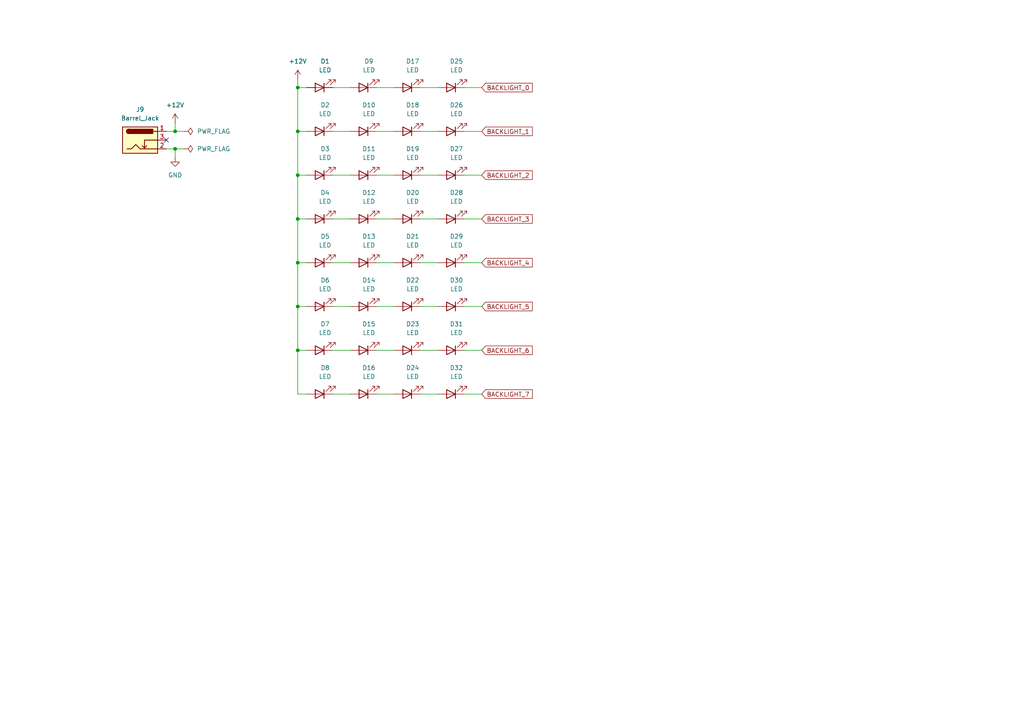
<source format=kicad_sch>
(kicad_sch (version 20231120) (generator "eeschema") (generator_version "8.0")
  (paper "A4")
  (lib_symbols
    (symbol "Connector:Barrel_Jack_Switch" (pin_names hide)
      (property "Reference" "J" (at 0 5.334 0))
      (property "Value" "Barrel_Jack_Switch" (at 0 -5.08 0))
      (symbol "Barrel_Jack_Switch_0_1"
        (rectangle (start -5.08 3.81) (end 5.08 -3.81) (stroke (width 0.254)) (fill (type background)))
        (arc (start -3.302 3.175) (mid -3.9343 2.54) (end -3.302 1.905) (stroke (width 0.254)))
        (arc (start -3.302 3.175) (mid -3.9343 2.54) (end -3.302 1.905) (stroke (width 0.254)) (fill (type outline)))
        (polyline (pts (xy 1.27 -2.286) (xy 1.905 -1.651)) (stroke (width 0.254)))
        (polyline (pts (xy 5.08 2.54) (xy 3.81 2.54)) (stroke (width 0.254)))
        (polyline (pts (xy 5.08 0) (xy 1.27 0) (xy 1.27 -2.286) (xy 0.635 -1.651)) (stroke (width 0.254)))
        (polyline (pts (xy -3.81 -2.54) (xy -2.54 -2.54) (xy -1.27 -1.27) (xy 0 -2.54) (xy 2.54 -2.54) (xy 5.08 -2.54)) (stroke (width 0.254)))
        (rectangle (start 3.683 3.175) (end -3.302 1.905) (stroke (width 0.254)) (fill (type outline)))
      )
      (symbol "Barrel_Jack_Switch_1_1"
        (pin passive line (at 7.62 2.54 180) (length 2.54) (name "~") (number "1"))
        (pin passive line (at 7.62 -2.54 180) (length 2.54) (name "~") (number "2"))
        (pin passive line (at 7.62 0 180) (length 2.54) (name "~") (number "3"))
      )
    )
    (symbol "Device:LED" (pin_numbers hide) (pin_names (offset 1.016) hide)
      (property "Reference" "D" (at 0 2.54 0))
      (property "Value" "LED" (at 0 -2.54 0))
      (symbol "LED_0_1"
        (polyline (pts (xy -1.27 -1.27) (xy -1.27 1.27)) (stroke (width 0.254)))
        (polyline (pts (xy -1.27 0) (xy 1.27 0)))
        (polyline (pts (xy 1.27 -1.27) (xy 1.27 1.27) (xy -1.27 0) (xy 1.27 -1.27)) (stroke (width 0.254)))
        (polyline (pts (xy -3.048 -0.762) (xy -4.572 -2.286) (xy -3.81 -2.286) (xy -4.572 -2.286) (xy -4.572 -1.524)))
        (polyline (pts (xy -1.778 -0.762) (xy -3.302 -2.286) (xy -2.54 -2.286) (xy -3.302 -2.286) (xy -3.302 -1.524)))
      )
      (symbol "LED_1_1"
        (pin passive line (at -3.81 0 0) (length 2.54) (name "K") (number "1"))
        (pin passive line (at 3.81 0 180) (length 2.54) (name "A") (number "2"))
      )
    )
    (symbol "power:+12V" (power) (pin_numbers hide) (pin_names (offset 0) hide)
      (property "Value" "+12V" (at 0 3.556 0))
      (symbol "+12V_0_1"
        (polyline (pts (xy -0.762 1.27) (xy 0 2.54)))
        (polyline (pts (xy 0 0) (xy 0 2.54)))
        (polyline (pts (xy 0 2.54) (xy 0.762 1.27)))
      )
      (symbol "+12V_1_1"
        (pin power_in line (at 0 0 90) (length 0) (name "~") (number "1"))
      )
    )
    (symbol "power:GND" (power) (pin_numbers hide) (pin_names (offset 0) hide)
      (property "Value" "GND" (at 0 -3.81 0))
      (symbol "GND_0_1"
        (polyline (pts (xy 0 0) (xy 0 -1.27) (xy 1.27 -1.27) (xy 0 -2.54) (xy -1.27 -1.27) (xy 0 -1.27)))
      )
      (symbol "GND_1_1"
        (pin power_in line (at 0 0 270) (length 0) (name "~") (number "1"))
      )
    )
    (symbol "power:PWR_FLAG" (power) (pin_numbers hide) (pin_names (offset 0) hide)
      (property "Value" "PWR_FLAG" (at 0 3.81 0))
      (symbol "PWR_FLAG_0_0"
        (pin power_out line (at 0 0 90) (length 0) (name "~") (number "1"))
      )
      (symbol "PWR_FLAG_0_1"
        (polyline (pts (xy 0 0) (xy 0 1.27) (xy -1.016 1.905) (xy 0 2.54) (xy 1.016 1.905) (xy 0 1.27)))
      )
    )
  )
  (junction (at 86.36 76.2))
  (junction (at 86.36 88.9))
  (junction (at 50.8 38.1))
  (junction (at 86.36 38.1))
  (junction (at 86.36 25.4))
  (junction (at 86.36 63.5))
  (junction (at 86.36 101.6))
  (junction (at 50.8 43.18))
  (junction (at 86.36 50.8))
  (no_connect (at 48.26 40.64))
  (wire (pts (xy 86.36 22.86) (xy 86.36 25.4)))
  (wire (pts (xy 86.36 38.1) (xy 86.36 50.8)))
  (wire (pts (xy 121.92 114.3) (xy 127 114.3)))
  (wire (pts (xy 109.22 101.6) (xy 114.3 101.6)))
  (wire (pts (xy 86.36 50.8) (xy 88.9 50.8)))
  (wire (pts (xy 96.52 88.9) (xy 101.6 88.9)))
  (wire (pts (xy 86.36 76.2) (xy 88.9 76.2)))
  (wire (pts (xy 86.36 101.6) (xy 86.36 114.3)))
  (wire (pts (xy 86.36 25.4) (xy 86.36 38.1)))
  (wire (pts (xy 86.36 25.4) (xy 88.9 25.4)))
  (wire (pts (xy 109.22 25.4) (xy 114.3 25.4)))
  (wire (pts (xy 48.26 38.1) (xy 50.8 38.1)))
  (wire (pts (xy 109.22 76.2) (xy 114.3 76.2)))
  (wire (pts (xy 86.36 101.6) (xy 88.9 101.6)))
  (wire (pts (xy 134.62 63.5) (xy 139.7 63.5)))
  (wire (pts (xy 109.22 114.3) (xy 114.3 114.3)))
  (wire (pts (xy 109.22 38.1) (xy 114.3 38.1)))
  (wire (pts (xy 96.52 114.3) (xy 101.6 114.3)))
  (wire (pts (xy 109.22 63.5) (xy 114.3 63.5)))
  (wire (pts (xy 121.92 76.2) (xy 127 76.2)))
  (wire (pts (xy 96.52 63.5) (xy 101.6 63.5)))
  (wire (pts (xy 96.52 76.2) (xy 101.6 76.2)))
  (wire (pts (xy 86.36 63.5) (xy 86.36 76.2)))
  (wire (pts (xy 86.36 63.5) (xy 88.9 63.5)))
  (wire (pts (xy 134.62 38.1) (xy 139.7 38.1)))
  (wire (pts (xy 134.62 25.4) (xy 139.7 25.4)))
  (wire (pts (xy 134.62 50.8) (xy 139.7 50.8)))
  (wire (pts (xy 109.22 88.9) (xy 114.3 88.9)))
  (wire (pts (xy 121.92 25.4) (xy 127 25.4)))
  (wire (pts (xy 121.92 38.1) (xy 127 38.1)))
  (wire (pts (xy 86.36 114.3) (xy 88.9 114.3)))
  (wire (pts (xy 121.92 88.9) (xy 127 88.9)))
  (wire (pts (xy 50.8 43.18) (xy 53.34 43.18)))
  (wire (pts (xy 86.36 88.9) (xy 86.36 101.6)))
  (wire (pts (xy 134.62 101.6) (xy 139.7 101.6)))
  (wire (pts (xy 86.36 38.1) (xy 88.9 38.1)))
  (wire (pts (xy 48.26 43.18) (xy 50.8 43.18)))
  (wire (pts (xy 96.52 25.4) (xy 101.6 25.4)))
  (wire (pts (xy 50.8 38.1) (xy 50.8 35.56)))
  (wire (pts (xy 86.36 88.9) (xy 88.9 88.9)))
  (wire (pts (xy 50.8 43.18) (xy 50.8 45.72)))
  (wire (pts (xy 109.22 50.8) (xy 114.3 50.8)))
  (wire (pts (xy 96.52 50.8) (xy 101.6 50.8)))
  (wire (pts (xy 86.36 50.8) (xy 86.36 63.5)))
  (wire (pts (xy 50.8 38.1) (xy 53.34 38.1)))
  (wire (pts (xy 134.62 76.2) (xy 139.7 76.2)))
  (wire (pts (xy 121.92 101.6) (xy 127 101.6)))
  (wire (pts (xy 134.62 114.3) (xy 139.7 114.3)))
  (wire (pts (xy 86.36 76.2) (xy 86.36 88.9)))
  (wire (pts (xy 134.62 88.9) (xy 139.7 88.9)))
  (wire (pts (xy 121.92 63.5) (xy 127 63.5)))
  (wire (pts (xy 121.92 50.8) (xy 127 50.8)))
  (wire (pts (xy 96.52 101.6) (xy 101.6 101.6)))
  (wire (pts (xy 96.52 38.1) (xy 101.6 38.1)))
  (global_label "BACKLIGHT_3" (shape input) (at 139.7 63.5 0) (property "Intersheetrefs" "${INTERSHEET_REFS}" (effects (hide yes))))
  (global_label "BACKLIGHT_6" (shape input) (at 139.7 101.6 0) (property "Intersheetrefs" "${INTERSHEET_REFS}" (effects (hide yes))))
  (global_label "BACKLIGHT_1" (shape input) (at 139.7 38.1 0) (property "Intersheetrefs" "${INTERSHEET_REFS}" (effects (hide yes))))
  (global_label "BACKLIGHT_7" (shape input) (at 139.7 114.3 0) (property "Intersheetrefs" "${INTERSHEET_REFS}" (effects (hide yes))))
  (global_label "BACKLIGHT_0" (shape input) (at 139.7 25.4 0) (property "Intersheetrefs" "${INTERSHEET_REFS}" (effects (hide yes))))
  (global_label "BACKLIGHT_2" (shape input) (at 139.7 50.8 0) (property "Intersheetrefs" "${INTERSHEET_REFS}" (effects (hide yes))))
  (global_label "BACKLIGHT_5" (shape input) (at 139.7 88.9 0) (property "Intersheetrefs" "${INTERSHEET_REFS}" (effects (hide yes))))
  (global_label "BACKLIGHT_4" (shape input) (at 139.7 76.2 0) (property "Intersheetrefs" "${INTERSHEET_REFS}" (effects (hide yes))))
  (symbol (lib_id "Device:LED") (at 130.81 76.2 180) (unit 1) (on_board no)
    (property "Reference" "D29" (at 132.3975 68.58 0))
    (property "Value" "LED" (at 132.3975 71.12 0))
    (property "Description" "Light emitting diode" (effects (hide yes)))
  )
  (symbol (lib_id "Device:LED") (at 92.71 114.3 180) (unit 1) (on_board no)
    (property "Reference" "D8" (at 94.2975 106.68 0))
    (property "Value" "LED" (at 94.2975 109.22 0))
    (property "Description" "Light emitting diode" (effects (hide yes)))
  )
  (symbol (lib_id "Device:LED") (at 130.81 50.8 180) (unit 1) (on_board no)
    (property "Reference" "D27" (at 132.3975 43.18 0))
    (property "Value" "LED" (at 132.3975 45.72 0))
    (property "Description" "Light emitting diode" (effects (hide yes)))
  )
  (symbol (lib_id "Device:LED") (at 118.11 114.3 180) (unit 1) (on_board no)
    (property "Reference" "D24" (at 119.6975 106.68 0))
    (property "Value" "LED" (at 119.6975 109.22 0))
    (property "Description" "Light emitting diode" (effects (hide yes)))
  )
  (symbol (lib_id "power:GND") (at 50.8 45.72 0) (unit 1)
    (property "Reference" "#PWR035" (effects (hide yes)))
    (property "Value" "GND" (at 50.8 50.8 0))
    (property "Description" "Power symbol creates a global label with name \"GND\" , ground" (effects (hide yes)))
  )
  (symbol (lib_id "Device:LED") (at 92.71 50.8 180) (unit 1) (on_board no)
    (property "Reference" "D3" (at 94.2975 43.18 0))
    (property "Value" "LED" (at 94.2975 45.72 0))
    (property "Description" "Light emitting diode" (effects (hide yes)))
  )
  (symbol (lib_id "power:+12V") (at 50.8 35.56 0) (unit 1)
    (property "Reference" "#PWR034" (effects (hide yes)))
    (property "Value" "+12V" (at 50.8 30.48 0))
    (property "Description" "Power symbol creates a global label with name \"+12V\"" (effects (hide yes)))
  )
  (symbol (lib_id "Device:LED") (at 105.41 25.4 180) (unit 1) (on_board no)
    (property "Reference" "D9" (at 106.9975 17.78 0))
    (property "Value" "LED" (at 106.9975 20.32 0))
    (property "Description" "Light emitting diode" (effects (hide yes)))
  )
  (symbol (lib_id "power:PWR_FLAG") (at 53.34 38.1 270) (unit 1)
    (property "Reference" "#FLG02" (effects (hide yes)))
    (property "Value" "PWR_FLAG" (at 57.15 38.0999 90) (effects (justify left)))
    (property "Description" "Special symbol for telling ERC where power comes from" (effects (hide yes)))
  )
  (symbol (lib_id "Connector:Barrel_Jack_Switch") (at 40.64 40.64 0) (unit 1)
    (property "Reference" "J9" (at 40.64 31.75 0))
    (property "Value" "Barrel_Jack" (at 40.64 34.29 0))
    (property "Footprint" "Connector_BarrelJack:BarrelJack_GCT_DCJ200-10-A_Horizontal" (effects (hide yes)))
    (property "Description" "DC Barrel Jack with an internal switch" (effects (hide yes)))
  )
  (symbol (lib_id "Device:LED") (at 118.11 38.1 180) (unit 1) (on_board no)
    (property "Reference" "D18" (at 119.6975 30.48 0))
    (property "Value" "LED" (at 119.6975 33.02 0))
    (property "Description" "Light emitting diode" (effects (hide yes)))
  )
  (symbol (lib_id "Device:LED") (at 92.71 76.2 180) (unit 1) (on_board no)
    (property "Reference" "D5" (at 94.2975 68.58 0))
    (property "Value" "LED" (at 94.2975 71.12 0))
    (property "Description" "Light emitting diode" (effects (hide yes)))
  )
  (symbol (lib_id "Device:LED") (at 92.71 63.5 180) (unit 1) (on_board no)
    (property "Reference" "D4" (at 94.2975 55.88 0))
    (property "Value" "LED" (at 94.2975 58.42 0))
    (property "Description" "Light emitting diode" (effects (hide yes)))
  )
  (symbol (lib_id "Device:LED") (at 130.81 101.6 180) (unit 1) (on_board no)
    (property "Reference" "D31" (at 132.3975 93.98 0))
    (property "Value" "LED" (at 132.3975 96.52 0))
    (property "Description" "Light emitting diode" (effects (hide yes)))
  )
  (symbol (lib_id "Device:LED") (at 118.11 63.5 180) (unit 1) (on_board no)
    (property "Reference" "D20" (at 119.6975 55.88 0))
    (property "Value" "LED" (at 119.6975 58.42 0))
    (property "Description" "Light emitting diode" (effects (hide yes)))
  )
  (symbol (lib_id "Device:LED") (at 130.81 38.1 180) (unit 1) (on_board no)
    (property "Reference" "D26" (at 132.3975 30.48 0))
    (property "Value" "LED" (at 132.3975 33.02 0))
    (property "Description" "Light emitting diode" (effects (hide yes)))
  )
  (symbol (lib_id "Device:LED") (at 92.71 38.1 180) (unit 1) (on_board no)
    (property "Reference" "D2" (at 94.2975 30.48 0))
    (property "Value" "LED" (at 94.2975 33.02 0))
    (property "Description" "Light emitting diode" (effects (hide yes)))
  )
  (symbol (lib_id "Device:LED") (at 105.41 88.9 180) (unit 1) (on_board no)
    (property "Reference" "D14" (at 106.9975 81.28 0))
    (property "Value" "LED" (at 106.9975 83.82 0))
    (property "Description" "Light emitting diode" (effects (hide yes)))
  )
  (symbol (lib_id "Device:LED") (at 105.41 101.6 180) (unit 1) (on_board no)
    (property "Reference" "D15" (at 106.9975 93.98 0))
    (property "Value" "LED" (at 106.9975 96.52 0))
    (property "Description" "Light emitting diode" (effects (hide yes)))
  )
  (symbol (lib_id "Device:LED") (at 118.11 50.8 180) (unit 1) (on_board no)
    (property "Reference" "D19" (at 119.6975 43.18 0))
    (property "Value" "LED" (at 119.6975 45.72 0))
    (property "Description" "Light emitting diode" (effects (hide yes)))
  )
  (symbol (lib_id "Device:LED") (at 118.11 101.6 180) (unit 1) (on_board no)
    (property "Reference" "D23" (at 119.6975 93.98 0))
    (property "Value" "LED" (at 119.6975 96.52 0))
    (property "Description" "Light emitting diode" (effects (hide yes)))
  )
  (symbol (lib_id "power:PWR_FLAG") (at 53.34 43.18 270) (unit 1)
    (property "Reference" "#FLG03" (effects (hide yes)))
    (property "Value" "PWR_FLAG" (at 57.15 43.1799 90) (effects (justify left)))
    (property "Description" "Special symbol for telling ERC where power comes from" (effects (hide yes)))
  )
  (symbol (lib_id "power:+12V") (at 86.36 22.86 0) (unit 1)
    (property "Reference" "#PWR036" (effects (hide yes)))
    (property "Value" "+12V" (at 86.36 17.78 0))
    (property "Description" "Power symbol creates a global label with name \"+12V\"" (effects (hide yes)))
  )
  (symbol (lib_id "Device:LED") (at 118.11 25.4 180) (unit 1) (on_board no)
    (property "Reference" "D17" (at 119.6975 17.78 0))
    (property "Value" "LED" (at 119.6975 20.32 0))
    (property "Description" "Light emitting diode" (effects (hide yes)))
  )
  (symbol (lib_id "Device:LED") (at 105.41 63.5 180) (unit 1) (on_board no)
    (property "Reference" "D12" (at 106.9975 55.88 0))
    (property "Value" "LED" (at 106.9975 58.42 0))
    (property "Description" "Light emitting diode" (effects (hide yes)))
  )
  (symbol (lib_id "Device:LED") (at 105.41 38.1 180) (unit 1) (on_board no)
    (property "Reference" "D10" (at 106.9975 30.48 0))
    (property "Value" "LED" (at 106.9975 33.02 0))
    (property "Description" "Light emitting diode" (effects (hide yes)))
  )
  (symbol (lib_id "Device:LED") (at 130.81 114.3 180) (unit 1) (on_board no)
    (property "Reference" "D32" (at 132.3975 106.68 0))
    (property "Value" "LED" (at 132.3975 109.22 0))
    (property "Description" "Light emitting diode" (effects (hide yes)))
  )
  (symbol (lib_id "Device:LED") (at 130.81 63.5 180) (unit 1) (on_board no)
    (property "Reference" "D28" (at 132.3975 55.88 0))
    (property "Value" "LED" (at 132.3975 58.42 0))
    (property "Description" "Light emitting diode" (effects (hide yes)))
  )
  (symbol (lib_id "Device:LED") (at 130.81 25.4 180) (unit 1) (on_board no)
    (property "Reference" "D25" (at 132.3975 17.78 0))
    (property "Value" "LED" (at 132.3975 20.32 0))
    (property "Description" "Light emitting diode" (effects (hide yes)))
  )
  (symbol (lib_id "Device:LED") (at 92.71 25.4 180) (unit 1) (on_board no)
    (property "Reference" "D1" (at 94.2975 17.78 0))
    (property "Value" "LED" (at 94.2975 20.32 0))
    (property "Description" "Light emitting diode" (effects (hide yes)))
  )
  (symbol (lib_id "Device:LED") (at 118.11 88.9 180) (unit 1) (on_board no)
    (property "Reference" "D22" (at 119.6975 81.28 0))
    (property "Value" "LED" (at 119.6975 83.82 0))
    (property "Description" "Light emitting diode" (effects (hide yes)))
  )
  (symbol (lib_id "Device:LED") (at 92.71 88.9 180) (unit 1) (on_board no)
    (property "Reference" "D6" (at 94.2975 81.28 0))
    (property "Value" "LED" (at 94.2975 83.82 0))
    (property "Description" "Light emitting diode" (effects (hide yes)))
  )
  (symbol (lib_id "Device:LED") (at 105.41 50.8 180) (unit 1) (on_board no)
    (property "Reference" "D11" (at 106.9975 43.18 0))
    (property "Value" "LED" (at 106.9975 45.72 0))
    (property "Description" "Light emitting diode" (effects (hide yes)))
  )
  (symbol (lib_id "Device:LED") (at 130.81 88.9 180) (unit 1) (on_board no)
    (property "Reference" "D30" (at 132.3975 81.28 0))
    (property "Value" "LED" (at 132.3975 83.82 0))
    (property "Description" "Light emitting diode" (effects (hide yes)))
  )
  (symbol (lib_id "Device:LED") (at 105.41 76.2 180) (unit 1) (on_board no)
    (property "Reference" "D13" (at 106.9975 68.58 0))
    (property "Value" "LED" (at 106.9975 71.12 0))
    (property "Description" "Light emitting diode" (effects (hide yes)))
  )
  (symbol (lib_id "Device:LED") (at 105.41 114.3 180) (unit 1) (on_board no)
    (property "Reference" "D16" (at 106.9975 106.68 0))
    (property "Value" "LED" (at 106.9975 109.22 0))
    (property "Description" "Light emitting diode" (effects (hide yes)))
  )
  (symbol (lib_id "Device:LED") (at 92.71 101.6 180) (unit 1) (on_board no)
    (property "Reference" "D7" (at 94.2975 93.98 0))
    (property "Value" "LED" (at 94.2975 96.52 0))
    (property "Description" "Light emitting diode" (effects (hide yes)))
  )
  (symbol (lib_id "Device:LED") (at 118.11 76.2 180) (unit 1) (on_board no)
    (property "Reference" "D21" (at 119.6975 68.58 0))
    (property "Value" "LED" (at 119.6975 71.12 0))
    (property "Description" "Light emitting diode" (effects (hide yes)))
  )
)
</source>
